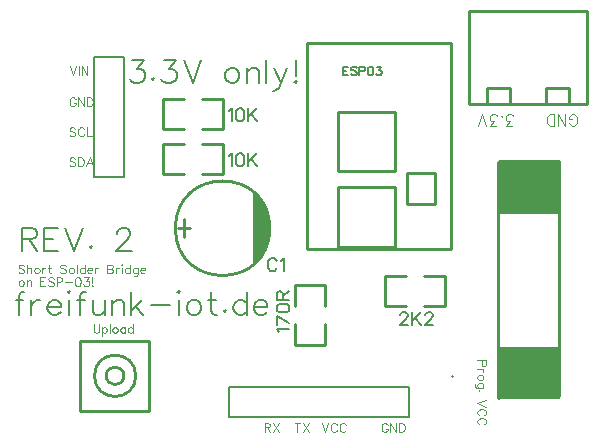
<source format=gto>
G04 ---------------------------- Layer name :TOP SILK LAYER*
G04 EasyEDA v5.5.15, Tue, 03 Jul 2018 18:31:12 GMT*
G04 565f939dbb094c109ad1478ea9632299*
G04 Gerber Generator version 0.2*
G04 Scale: 100 percent, Rotated: No, Reflected: No *
G04 Dimensions in inches *
G04 leading zeros omitted , absolute positions ,2 integer and 4 decimal *
%FSLAX24Y24*%
%MOIN*%
G90*
G70D02*

%ADD10C,0.010000*%
%ADD11C,0.008000*%
%ADD23C,0.007992*%
%ADD24C,0.005000*%
%ADD25C,0.007000*%
%ADD26C,0.006000*%
%ADD27C,0.004000*%

%LPD*%
G54D10*
G01X13800Y4400D02*
G01X14500Y4400D01*
G01X14500Y5400D01*
G01X13800Y5400D01*
G01X13200Y5400D02*
G01X12500Y5400D01*
G01X12500Y4400D01*
G01X13200Y4400D01*
G01X9500Y3800D02*
G01X9500Y3100D01*
G01X10500Y3100D01*
G01X10500Y3800D01*
G01X10500Y4400D02*
G01X10500Y5100D01*
G01X9500Y5100D01*
G01X9500Y4400D01*
G54D11*
G01X8050Y1700D02*
G01X7300Y1700D01*
G01X7300Y700D01*
G01X13300Y700D01*
G01X13300Y1700D01*
G54D23*
G01X13300Y1700D02*
G01X8050Y1700D01*
G54D11*
G01X2800Y12700D02*
G01X3800Y12700D01*
G01X3800Y8700D01*
G01X2800Y8700D01*
G01X2800Y9450D01*
G54D23*
G01X2800Y12700D02*
G01X2800Y9450D01*
G54D10*
G01X14746Y2090D02*
G01X14747Y2090D01*
G01X19252Y14225D02*
G01X19252Y12650D01*
G01X19252Y11153D01*
G01X15315Y11153D01*
G01X15315Y12650D01*
G01X15315Y14225D01*
G01X19252Y14225D01*
G01X15906Y11153D02*
G01X15906Y11665D01*
G01X16693Y11665D01*
G01X16693Y11153D01*
G01X17875Y11153D02*
G01X17875Y11665D01*
G01X18661Y11665D01*
G01X18661Y11153D01*
G01X16315Y9236D02*
G01X18303Y9236D01*
G01X18303Y1401D01*
G01X18284Y1382D01*
G01X16335Y1382D01*
G01X16296Y1342D01*
G01X16296Y9198D01*
G01X4642Y917D02*
G01X4642Y3240D01*
G01X2359Y3240D01*
G01X2359Y917D01*
G01X4642Y917D01*
G01X5600Y7000D02*
G01X6000Y7000D01*
G01X5800Y7300D02*
G01X5800Y6700D01*
G01X5800Y9800D02*
G01X5100Y9800D01*
G01X5100Y8800D01*
G01X5800Y8800D01*
G01X6400Y8800D02*
G01X7100Y8800D01*
G01X7100Y9800D01*
G01X6400Y9800D01*
G01X5800Y11300D02*
G01X5100Y11300D01*
G01X5100Y10300D01*
G01X5800Y10300D01*
G01X6400Y10300D02*
G01X7100Y10300D01*
G01X7100Y11300D01*
G01X6400Y11300D01*
G01X14731Y13159D02*
G01X9931Y13159D01*
G01X9931Y11900D01*
G01X9931Y6309D01*
G01X14731Y6309D01*
G01X14731Y11900D01*
G01X14731Y13159D01*
G01X12840Y10880D02*
G01X10960Y10880D01*
G01X10960Y8909D01*
G01X12840Y8909D01*
G01X12840Y10880D01*
G01X14181Y8830D02*
G01X13240Y8830D01*
G01X13240Y7809D01*
G01X14181Y7809D01*
G01X14181Y8830D01*
G01X12840Y8359D02*
G01X10960Y8359D01*
G01X10960Y6390D01*
G01X12840Y6390D01*
G01X12840Y8359D01*
G54D24*
G01X13019Y4098D02*
G01X13019Y4119D01*
G01X13040Y4159D01*
G01X13060Y4180D01*
G01X13102Y4200D01*
G01X13184Y4200D01*
G01X13225Y4180D01*
G01X13244Y4159D01*
G01X13265Y4119D01*
G01X13265Y4078D01*
G01X13244Y4036D01*
G01X13205Y3975D01*
G01X13000Y3771D01*
G01X13285Y3771D01*
G01X13421Y4200D02*
G01X13421Y3771D01*
G01X13707Y4200D02*
G01X13421Y3913D01*
G01X13523Y4015D02*
G01X13707Y3771D01*
G01X13863Y4098D02*
G01X13863Y4119D01*
G01X13884Y4159D01*
G01X13903Y4180D01*
G01X13944Y4200D01*
G01X14027Y4200D01*
G01X14068Y4180D01*
G01X14088Y4159D01*
G01X14109Y4119D01*
G01X14109Y4078D01*
G01X14088Y4036D01*
G01X14047Y3975D01*
G01X13843Y3771D01*
G01X14128Y3771D01*
G01X8981Y3534D02*
G01X8961Y3575D01*
G01X8900Y3636D01*
G01X9329Y3636D01*
G01X8900Y4058D02*
G01X9329Y3853D01*
G01X8900Y3771D02*
G01X8900Y4058D01*
G01X8900Y4315D02*
G01X8920Y4254D01*
G01X8981Y4213D01*
G01X9084Y4193D01*
G01X9145Y4193D01*
G01X9247Y4213D01*
G01X9309Y4254D01*
G01X9329Y4315D01*
G01X9329Y4356D01*
G01X9309Y4418D01*
G01X9247Y4459D01*
G01X9145Y4479D01*
G01X9084Y4479D01*
G01X8981Y4459D01*
G01X8920Y4418D01*
G01X8900Y4356D01*
G01X8900Y4315D01*
G01X8900Y4614D02*
G01X9329Y4614D01*
G01X8900Y4614D02*
G01X8900Y4798D01*
G01X8920Y4859D01*
G01X8940Y4880D01*
G01X8981Y4900D01*
G01X9022Y4900D01*
G01X9063Y4880D01*
G01X9084Y4859D01*
G01X9104Y4798D01*
G01X9104Y4614D01*
G01X9104Y4757D02*
G01X9329Y4900D01*
G54D25*
G01X8906Y5898D02*
G01X8885Y5938D01*
G01X8844Y5980D01*
G01X8805Y6000D01*
G01X8722Y6000D01*
G01X8681Y5980D01*
G01X8640Y5938D01*
G01X8619Y5898D01*
G01X8600Y5836D01*
G01X8600Y5734D01*
G01X8619Y5673D01*
G01X8640Y5632D01*
G01X8681Y5590D01*
G01X8722Y5571D01*
G01X8805Y5571D01*
G01X8844Y5590D01*
G01X8885Y5632D01*
G01X8906Y5673D01*
G01X9042Y5919D02*
G01X9082Y5938D01*
G01X9143Y6000D01*
G01X9143Y5571D01*
G01X7300Y9419D02*
G01X7340Y9438D01*
G01X7402Y9500D01*
G01X7402Y9071D01*
G01X7660Y9500D02*
G01X7598Y9480D01*
G01X7557Y9419D01*
G01X7536Y9315D01*
G01X7536Y9255D01*
G01X7557Y9153D01*
G01X7598Y9090D01*
G01X7660Y9071D01*
G01X7701Y9071D01*
G01X7761Y9090D01*
G01X7802Y9153D01*
G01X7823Y9255D01*
G01X7823Y9315D01*
G01X7802Y9419D01*
G01X7761Y9480D01*
G01X7701Y9500D01*
G01X7660Y9500D01*
G01X7959Y9500D02*
G01X7959Y9071D01*
G01X8244Y9500D02*
G01X7959Y9213D01*
G01X8060Y9315D02*
G01X8244Y9071D01*
G01X7300Y10919D02*
G01X7340Y10938D01*
G01X7402Y11000D01*
G01X7402Y10571D01*
G01X7660Y11000D02*
G01X7598Y10980D01*
G01X7557Y10919D01*
G01X7536Y10815D01*
G01X7536Y10755D01*
G01X7557Y10653D01*
G01X7598Y10590D01*
G01X7660Y10571D01*
G01X7701Y10571D01*
G01X7761Y10590D01*
G01X7802Y10653D01*
G01X7823Y10755D01*
G01X7823Y10815D01*
G01X7802Y10919D01*
G01X7761Y10980D01*
G01X7701Y11000D01*
G01X7660Y11000D01*
G01X7959Y11000D02*
G01X7959Y10571D01*
G01X8244Y11000D02*
G01X7959Y10713D01*
G01X8060Y10815D02*
G01X8244Y10571D01*
G54D26*
G01X11110Y12384D02*
G01X11110Y12096D01*
G01X11110Y12384D02*
G01X11288Y12384D01*
G01X11110Y12246D02*
G01X11219Y12246D01*
G01X11110Y12096D02*
G01X11288Y12096D01*
G01X11568Y12342D02*
G01X11542Y12369D01*
G01X11501Y12384D01*
G01X11446Y12384D01*
G01X11406Y12369D01*
G01X11377Y12342D01*
G01X11377Y12315D01*
G01X11392Y12288D01*
G01X11406Y12275D01*
G01X11432Y12261D01*
G01X11514Y12234D01*
G01X11542Y12219D01*
G01X11556Y12205D01*
G01X11568Y12178D01*
G01X11568Y12138D01*
G01X11542Y12111D01*
G01X11501Y12096D01*
G01X11446Y12096D01*
G01X11406Y12111D01*
G01X11377Y12138D01*
G01X11659Y12384D02*
G01X11659Y12096D01*
G01X11659Y12384D02*
G01X11781Y12384D01*
G01X11822Y12369D01*
G01X11835Y12355D01*
G01X11850Y12328D01*
G01X11850Y12288D01*
G01X11835Y12261D01*
G01X11822Y12246D01*
G01X11781Y12234D01*
G01X11659Y12234D01*
G01X12022Y12384D02*
G01X11981Y12369D01*
G01X11953Y12328D01*
G01X11939Y12261D01*
G01X11939Y12219D01*
G01X11953Y12151D01*
G01X11981Y12111D01*
G01X12022Y12096D01*
G01X12048Y12096D01*
G01X12089Y12111D01*
G01X12117Y12151D01*
G01X12131Y12219D01*
G01X12131Y12261D01*
G01X12117Y12328D01*
G01X12089Y12369D01*
G01X12048Y12384D01*
G01X12022Y12384D01*
G01X12247Y12384D02*
G01X12397Y12384D01*
G01X12315Y12275D01*
G01X12356Y12275D01*
G01X12385Y12261D01*
G01X12397Y12246D01*
G01X12411Y12205D01*
G01X12411Y12178D01*
G01X12397Y12138D01*
G01X12371Y12111D01*
G01X12330Y12096D01*
G01X12289Y12096D01*
G01X12247Y12111D01*
G01X12235Y12125D01*
G01X12221Y12151D01*
G54D11*
G01X4073Y12599D02*
G01X4473Y12599D01*
G01X4255Y12308D01*
G01X4363Y12308D01*
G01X4436Y12272D01*
G01X4473Y12236D01*
G01X4509Y12127D01*
G01X4509Y12054D01*
G01X4473Y11945D01*
G01X4400Y11872D01*
G01X4290Y11836D01*
G01X4182Y11836D01*
G01X4073Y11872D01*
G01X4036Y11908D01*
G01X4000Y11981D01*
G01X4785Y12018D02*
G01X4748Y11981D01*
G01X4785Y11945D01*
G01X4822Y11981D01*
G01X4785Y12018D01*
G01X5135Y12599D02*
G01X5535Y12599D01*
G01X5315Y12308D01*
G01X5425Y12308D01*
G01X5497Y12272D01*
G01X5535Y12236D01*
G01X5571Y12127D01*
G01X5571Y12054D01*
G01X5535Y11945D01*
G01X5461Y11872D01*
G01X5352Y11836D01*
G01X5243Y11836D01*
G01X5135Y11872D01*
G01X5097Y11908D01*
G01X5061Y11981D01*
G01X5810Y12599D02*
G01X6102Y11836D01*
G01X6393Y12599D02*
G01X6102Y11836D01*
G01X7375Y12345D02*
G01X7302Y12308D01*
G01X7228Y12236D01*
G01X7193Y12127D01*
G01X7193Y12054D01*
G01X7228Y11945D01*
G01X7302Y11872D01*
G01X7375Y11836D01*
G01X7484Y11836D01*
G01X7556Y11872D01*
G01X7628Y11945D01*
G01X7664Y12054D01*
G01X7664Y12127D01*
G01X7628Y12236D01*
G01X7556Y12308D01*
G01X7484Y12345D01*
G01X7375Y12345D01*
G01X7905Y12345D02*
G01X7905Y11836D01*
G01X7905Y12199D02*
G01X8014Y12308D01*
G01X8086Y12345D01*
G01X8196Y12345D01*
G01X8268Y12308D01*
G01X8305Y12199D01*
G01X8305Y11836D01*
G01X8544Y12599D02*
G01X8544Y11836D01*
G01X8822Y12345D02*
G01X9039Y11836D01*
G01X9257Y12345D02*
G01X9039Y11836D01*
G01X8967Y11690D01*
G01X8894Y11618D01*
G01X8822Y11581D01*
G01X8785Y11581D01*
G01X9535Y12599D02*
G01X9535Y12090D01*
G01X9535Y11908D02*
G01X9497Y11872D01*
G01X9535Y11836D01*
G01X9571Y11872D01*
G01X9535Y11908D01*
G54D27*
G01X490Y5746D02*
G01X463Y5773D01*
G01X423Y5786D01*
G01X367Y5786D01*
G01X326Y5773D01*
G01X300Y5746D01*
G01X300Y5717D01*
G01X313Y5690D01*
G01X326Y5678D01*
G01X355Y5663D01*
G01X436Y5636D01*
G01X463Y5623D01*
G01X476Y5609D01*
G01X490Y5582D01*
G01X490Y5540D01*
G01X463Y5513D01*
G01X423Y5500D01*
G01X367Y5500D01*
G01X326Y5513D01*
G01X300Y5540D01*
G01X580Y5786D02*
G01X580Y5500D01*
G01X580Y5636D02*
G01X621Y5678D01*
G01X648Y5690D01*
G01X690Y5690D01*
G01X717Y5678D01*
G01X730Y5636D01*
G01X730Y5500D01*
G01X888Y5690D02*
G01X861Y5678D01*
G01X834Y5650D01*
G01X821Y5609D01*
G01X821Y5582D01*
G01X834Y5540D01*
G01X861Y5513D01*
G01X888Y5500D01*
G01X930Y5500D01*
G01X957Y5513D01*
G01X984Y5540D01*
G01X998Y5582D01*
G01X998Y5609D01*
G01X984Y5650D01*
G01X957Y5678D01*
G01X930Y5690D01*
G01X888Y5690D01*
G01X1088Y5690D02*
G01X1088Y5500D01*
G01X1088Y5609D02*
G01X1101Y5650D01*
G01X1128Y5678D01*
G01X1155Y5690D01*
G01X1196Y5690D01*
G01X1328Y5786D02*
G01X1328Y5555D01*
G01X1342Y5513D01*
G01X1369Y5500D01*
G01X1396Y5500D01*
G01X1286Y5690D02*
G01X1382Y5690D01*
G01X1886Y5746D02*
G01X1859Y5773D01*
G01X1819Y5786D01*
G01X1765Y5786D01*
G01X1723Y5773D01*
G01X1696Y5746D01*
G01X1696Y5717D01*
G01X1709Y5690D01*
G01X1723Y5678D01*
G01X1751Y5663D01*
G01X1832Y5636D01*
G01X1859Y5623D01*
G01X1873Y5609D01*
G01X1886Y5582D01*
G01X1886Y5540D01*
G01X1859Y5513D01*
G01X1819Y5500D01*
G01X1765Y5500D01*
G01X1723Y5513D01*
G01X1696Y5540D01*
G01X2044Y5690D02*
G01X2017Y5678D01*
G01X1990Y5650D01*
G01X1976Y5609D01*
G01X1976Y5582D01*
G01X1990Y5540D01*
G01X2017Y5513D01*
G01X2044Y5500D01*
G01X2086Y5500D01*
G01X2113Y5513D01*
G01X2140Y5540D01*
G01X2155Y5582D01*
G01X2155Y5609D01*
G01X2140Y5650D01*
G01X2113Y5678D01*
G01X2086Y5690D01*
G01X2044Y5690D01*
G01X2244Y5786D02*
G01X2244Y5500D01*
G01X2498Y5786D02*
G01X2498Y5500D01*
G01X2498Y5650D02*
G01X2471Y5678D01*
G01X2444Y5690D01*
G01X2403Y5690D01*
G01X2375Y5678D01*
G01X2348Y5650D01*
G01X2334Y5609D01*
G01X2334Y5582D01*
G01X2348Y5540D01*
G01X2375Y5513D01*
G01X2403Y5500D01*
G01X2444Y5500D01*
G01X2471Y5513D01*
G01X2498Y5540D01*
G01X2588Y5609D02*
G01X2751Y5609D01*
G01X2751Y5636D01*
G01X2738Y5663D01*
G01X2725Y5678D01*
G01X2696Y5690D01*
G01X2655Y5690D01*
G01X2628Y5678D01*
G01X2601Y5650D01*
G01X2588Y5609D01*
G01X2588Y5582D01*
G01X2601Y5540D01*
G01X2628Y5513D01*
G01X2655Y5500D01*
G01X2696Y5500D01*
G01X2725Y5513D01*
G01X2751Y5540D01*
G01X2842Y5690D02*
G01X2842Y5500D01*
G01X2842Y5609D02*
G01X2855Y5650D01*
G01X2882Y5678D01*
G01X2909Y5690D01*
G01X2951Y5690D01*
G01X3251Y5786D02*
G01X3251Y5500D01*
G01X3251Y5786D02*
G01X3373Y5786D01*
G01X3415Y5773D01*
G01X3428Y5759D01*
G01X3442Y5732D01*
G01X3442Y5705D01*
G01X3428Y5678D01*
G01X3415Y5663D01*
G01X3373Y5650D01*
G01X3251Y5650D02*
G01X3373Y5650D01*
G01X3415Y5636D01*
G01X3428Y5623D01*
G01X3442Y5596D01*
G01X3442Y5555D01*
G01X3428Y5528D01*
G01X3415Y5513D01*
G01X3373Y5500D01*
G01X3251Y5500D01*
G01X3532Y5690D02*
G01X3532Y5500D01*
G01X3532Y5609D02*
G01X3544Y5650D01*
G01X3573Y5678D01*
G01X3600Y5690D01*
G01X3640Y5690D01*
G01X3730Y5786D02*
G01X3744Y5773D01*
G01X3757Y5786D01*
G01X3744Y5800D01*
G01X3730Y5786D01*
G01X3744Y5690D02*
G01X3744Y5500D01*
G01X4011Y5786D02*
G01X4011Y5500D01*
G01X4011Y5650D02*
G01X3984Y5678D01*
G01X3957Y5690D01*
G01X3915Y5690D01*
G01X3888Y5678D01*
G01X3861Y5650D01*
G01X3848Y5609D01*
G01X3848Y5582D01*
G01X3861Y5540D01*
G01X3888Y5513D01*
G01X3915Y5500D01*
G01X3957Y5500D01*
G01X3984Y5513D01*
G01X4011Y5540D01*
G01X4265Y5690D02*
G01X4265Y5473D01*
G01X4251Y5432D01*
G01X4238Y5417D01*
G01X4211Y5405D01*
G01X4169Y5405D01*
G01X4142Y5417D01*
G01X4265Y5650D02*
G01X4238Y5678D01*
G01X4211Y5690D01*
G01X4169Y5690D01*
G01X4142Y5678D01*
G01X4115Y5650D01*
G01X4101Y5609D01*
G01X4101Y5582D01*
G01X4115Y5540D01*
G01X4142Y5513D01*
G01X4169Y5500D01*
G01X4211Y5500D01*
G01X4238Y5513D01*
G01X4265Y5540D01*
G01X4355Y5609D02*
G01X4519Y5609D01*
G01X4519Y5636D01*
G01X4505Y5663D01*
G01X4492Y5678D01*
G01X4465Y5690D01*
G01X4423Y5690D01*
G01X4396Y5678D01*
G01X4369Y5650D01*
G01X4355Y5609D01*
G01X4355Y5582D01*
G01X4369Y5540D01*
G01X4396Y5513D01*
G01X4423Y5500D01*
G01X4465Y5500D01*
G01X4492Y5513D01*
G01X4519Y5540D01*
G01X2800Y3800D02*
G01X2800Y3594D01*
G01X2813Y3553D01*
G01X2840Y3526D01*
G01X2882Y3513D01*
G01X2909Y3513D01*
G01X2950Y3526D01*
G01X2976Y3553D01*
G01X2990Y3594D01*
G01X2990Y3800D01*
G01X3080Y3703D02*
G01X3080Y3417D01*
G01X3080Y3663D02*
G01X3107Y3690D01*
G01X3134Y3703D01*
G01X3176Y3703D01*
G01X3203Y3690D01*
G01X3230Y3663D01*
G01X3244Y3621D01*
G01X3244Y3594D01*
G01X3230Y3553D01*
G01X3203Y3526D01*
G01X3176Y3513D01*
G01X3134Y3513D01*
G01X3107Y3526D01*
G01X3080Y3553D01*
G01X3334Y3800D02*
G01X3334Y3513D01*
G01X3492Y3703D02*
G01X3465Y3690D01*
G01X3438Y3663D01*
G01X3425Y3621D01*
G01X3425Y3594D01*
G01X3438Y3553D01*
G01X3465Y3526D01*
G01X3492Y3513D01*
G01X3534Y3513D01*
G01X3561Y3526D01*
G01X3588Y3553D01*
G01X3601Y3594D01*
G01X3601Y3621D01*
G01X3588Y3663D01*
G01X3561Y3690D01*
G01X3534Y3703D01*
G01X3492Y3703D01*
G01X3855Y3703D02*
G01X3855Y3513D01*
G01X3855Y3663D02*
G01X3828Y3690D01*
G01X3801Y3703D01*
G01X3759Y3703D01*
G01X3732Y3690D01*
G01X3705Y3663D01*
G01X3692Y3621D01*
G01X3692Y3594D01*
G01X3705Y3553D01*
G01X3732Y3526D01*
G01X3759Y3513D01*
G01X3801Y3513D01*
G01X3828Y3526D01*
G01X3855Y3553D01*
G01X4109Y3800D02*
G01X4109Y3513D01*
G01X4109Y3663D02*
G01X4082Y3690D01*
G01X4055Y3703D01*
G01X4013Y3703D01*
G01X3986Y3690D01*
G01X3959Y3663D01*
G01X3944Y3621D01*
G01X3944Y3594D01*
G01X3959Y3553D01*
G01X3986Y3526D01*
G01X4013Y3513D01*
G01X4055Y3513D01*
G01X4082Y3526D01*
G01X4109Y3553D01*
G01X15882Y2600D02*
G01X15595Y2600D01*
G01X15882Y2600D02*
G01X15882Y2477D01*
G01X15868Y2436D01*
G01X15854Y2423D01*
G01X15827Y2409D01*
G01X15786Y2409D01*
G01X15759Y2423D01*
G01X15745Y2436D01*
G01X15732Y2477D01*
G01X15732Y2600D01*
G01X15786Y2319D02*
G01X15595Y2319D01*
G01X15704Y2319D02*
G01X15745Y2305D01*
G01X15773Y2278D01*
G01X15786Y2251D01*
G01X15786Y2210D01*
G01X15786Y2052D02*
G01X15773Y2079D01*
G01X15745Y2106D01*
G01X15704Y2120D01*
G01X15677Y2120D01*
G01X15636Y2106D01*
G01X15609Y2079D01*
G01X15595Y2052D01*
G01X15595Y2011D01*
G01X15609Y1984D01*
G01X15636Y1956D01*
G01X15677Y1943D01*
G01X15704Y1943D01*
G01X15745Y1956D01*
G01X15773Y1984D01*
G01X15786Y2011D01*
G01X15786Y2052D01*
G01X15786Y1689D02*
G01X15568Y1689D01*
G01X15527Y1703D01*
G01X15513Y1716D01*
G01X15500Y1744D01*
G01X15500Y1785D01*
G01X15513Y1812D01*
G01X15745Y1689D02*
G01X15773Y1716D01*
G01X15786Y1744D01*
G01X15786Y1785D01*
G01X15773Y1812D01*
G01X15745Y1839D01*
G01X15704Y1853D01*
G01X15677Y1853D01*
G01X15636Y1839D01*
G01X15609Y1812D01*
G01X15595Y1785D01*
G01X15595Y1744D01*
G01X15609Y1716D01*
G01X15636Y1689D01*
G01X15663Y1585D02*
G01X15650Y1599D01*
G01X15636Y1585D01*
G01X15650Y1572D01*
G01X15663Y1585D01*
G01X15882Y1272D02*
G01X15595Y1163D01*
G01X15882Y1054D02*
G01X15595Y1163D01*
G01X15813Y759D02*
G01X15841Y773D01*
G01X15868Y800D01*
G01X15882Y827D01*
G01X15882Y882D01*
G01X15868Y909D01*
G01X15841Y936D01*
G01X15813Y950D01*
G01X15773Y964D01*
G01X15704Y964D01*
G01X15663Y950D01*
G01X15636Y936D01*
G01X15609Y909D01*
G01X15595Y882D01*
G01X15595Y827D01*
G01X15609Y800D01*
G01X15636Y773D01*
G01X15663Y759D01*
G01X15813Y465D02*
G01X15841Y478D01*
G01X15868Y505D01*
G01X15882Y533D01*
G01X15882Y587D01*
G01X15868Y615D01*
G01X15841Y642D01*
G01X15813Y655D01*
G01X15773Y669D01*
G01X15704Y669D01*
G01X15663Y655D01*
G01X15636Y642D01*
G01X15609Y615D01*
G01X15595Y587D01*
G01X15595Y533D01*
G01X15609Y505D01*
G01X15636Y478D01*
G01X15663Y465D01*
G01X2000Y12400D02*
G01X2109Y12113D01*
G01X2217Y12400D02*
G01X2109Y12113D01*
G01X2307Y12400D02*
G01X2307Y12113D01*
G01X2398Y12400D02*
G01X2398Y12113D01*
G01X2398Y12400D02*
G01X2588Y12113D01*
G01X2588Y12400D02*
G01X2588Y12113D01*
G01X2205Y11294D02*
G01X2190Y11323D01*
G01X2163Y11350D01*
G01X2136Y11363D01*
G01X2082Y11363D01*
G01X2055Y11350D01*
G01X2026Y11323D01*
G01X2013Y11294D01*
G01X2000Y11255D01*
G01X2000Y11186D01*
G01X2013Y11144D01*
G01X2026Y11117D01*
G01X2055Y11090D01*
G01X2082Y11076D01*
G01X2136Y11076D01*
G01X2163Y11090D01*
G01X2190Y11117D01*
G01X2205Y11144D01*
G01X2205Y11186D01*
G01X2136Y11186D02*
G01X2205Y11186D01*
G01X2294Y11363D02*
G01X2294Y11076D01*
G01X2294Y11363D02*
G01X2484Y11076D01*
G01X2484Y11363D02*
G01X2484Y11076D01*
G01X2575Y11363D02*
G01X2575Y11076D01*
G01X2575Y11363D02*
G01X2671Y11363D01*
G01X2711Y11350D01*
G01X2738Y11323D01*
G01X2753Y11294D01*
G01X2765Y11255D01*
G01X2765Y11186D01*
G01X2753Y11144D01*
G01X2738Y11117D01*
G01X2711Y11090D01*
G01X2671Y11076D01*
G01X2575Y11076D01*
G01X2190Y10323D02*
G01X2163Y10350D01*
G01X2123Y10363D01*
G01X2067Y10363D01*
G01X2026Y10350D01*
G01X2000Y10323D01*
G01X2000Y10294D01*
G01X2013Y10267D01*
G01X2026Y10255D01*
G01X2055Y10240D01*
G01X2136Y10213D01*
G01X2163Y10200D01*
G01X2176Y10186D01*
G01X2190Y10159D01*
G01X2190Y10117D01*
G01X2163Y10090D01*
G01X2123Y10076D01*
G01X2067Y10076D01*
G01X2026Y10090D01*
G01X2000Y10117D01*
G01X2484Y10294D02*
G01X2471Y10323D01*
G01X2444Y10350D01*
G01X2417Y10363D01*
G01X2363Y10363D01*
G01X2334Y10350D01*
G01X2307Y10323D01*
G01X2294Y10294D01*
G01X2280Y10255D01*
G01X2280Y10186D01*
G01X2294Y10144D01*
G01X2307Y10117D01*
G01X2334Y10090D01*
G01X2363Y10076D01*
G01X2417Y10076D01*
G01X2444Y10090D01*
G01X2471Y10117D01*
G01X2484Y10144D01*
G01X2575Y10363D02*
G01X2575Y10076D01*
G01X2575Y10076D02*
G01X2738Y10076D01*
G01X2190Y9323D02*
G01X2163Y9350D01*
G01X2123Y9363D01*
G01X2067Y9363D01*
G01X2026Y9350D01*
G01X2000Y9323D01*
G01X2000Y9294D01*
G01X2013Y9267D01*
G01X2026Y9255D01*
G01X2055Y9240D01*
G01X2136Y9213D01*
G01X2163Y9200D01*
G01X2176Y9186D01*
G01X2190Y9159D01*
G01X2190Y9117D01*
G01X2163Y9090D01*
G01X2123Y9076D01*
G01X2067Y9076D01*
G01X2026Y9090D01*
G01X2000Y9117D01*
G01X2280Y9363D02*
G01X2280Y9076D01*
G01X2280Y9363D02*
G01X2376Y9363D01*
G01X2417Y9350D01*
G01X2444Y9323D01*
G01X2457Y9294D01*
G01X2471Y9255D01*
G01X2471Y9186D01*
G01X2457Y9144D01*
G01X2444Y9117D01*
G01X2417Y9090D01*
G01X2376Y9076D01*
G01X2280Y9076D01*
G01X2671Y9363D02*
G01X2561Y9076D01*
G01X2671Y9363D02*
G01X2780Y9076D01*
G01X2603Y9173D02*
G01X2738Y9173D01*
G01X16760Y10418D02*
G01X16560Y10418D01*
G01X16668Y10563D01*
G01X16614Y10563D01*
G01X16577Y10581D01*
G01X16560Y10600D01*
G01X16540Y10654D01*
G01X16540Y10691D01*
G01X16560Y10745D01*
G01X16596Y10781D01*
G01X16651Y10800D01*
G01X16705Y10800D01*
G01X16760Y10781D01*
G01X16777Y10763D01*
G01X16796Y10727D01*
G01X16402Y10709D02*
G01X16421Y10727D01*
G01X16402Y10745D01*
G01X16385Y10727D01*
G01X16402Y10709D01*
G01X16228Y10418D02*
G01X16028Y10418D01*
G01X16138Y10563D01*
G01X16082Y10563D01*
G01X16047Y10581D01*
G01X16028Y10600D01*
G01X16010Y10654D01*
G01X16010Y10691D01*
G01X16028Y10745D01*
G01X16064Y10781D01*
G01X16119Y10800D01*
G01X16173Y10800D01*
G01X16228Y10781D01*
G01X16247Y10763D01*
G01X16264Y10727D01*
G01X15890Y10418D02*
G01X15744Y10800D01*
G01X15600Y10418D02*
G01X15744Y10800D01*
G01X18649Y10508D02*
G01X18667Y10471D01*
G01X18704Y10435D01*
G01X18740Y10417D01*
G01X18813Y10417D01*
G01X18849Y10435D01*
G01X18886Y10471D01*
G01X18904Y10508D01*
G01X18922Y10562D01*
G01X18922Y10653D01*
G01X18904Y10708D01*
G01X18886Y10744D01*
G01X18849Y10780D01*
G01X18813Y10799D01*
G01X18740Y10799D01*
G01X18704Y10780D01*
G01X18667Y10744D01*
G01X18649Y10708D01*
G01X18649Y10653D01*
G01X18740Y10653D02*
G01X18649Y10653D01*
G01X18529Y10417D02*
G01X18529Y10799D01*
G01X18529Y10417D02*
G01X18275Y10799D01*
G01X18275Y10417D02*
G01X18275Y10799D01*
G01X18155Y10417D02*
G01X18155Y10799D01*
G01X18155Y10417D02*
G01X18027Y10417D01*
G01X17973Y10435D01*
G01X17937Y10471D01*
G01X17918Y10508D01*
G01X17900Y10562D01*
G01X17900Y10653D01*
G01X17918Y10708D01*
G01X17937Y10744D01*
G01X17973Y10780D01*
G01X18027Y10799D01*
G01X18155Y10799D01*
G01X8500Y500D02*
G01X8500Y213D01*
G01X8500Y500D02*
G01X8622Y500D01*
G01X8664Y486D01*
G01X8677Y472D01*
G01X8690Y445D01*
G01X8690Y418D01*
G01X8677Y391D01*
G01X8664Y377D01*
G01X8622Y363D01*
G01X8500Y363D01*
G01X8594Y363D02*
G01X8690Y213D01*
G01X8781Y500D02*
G01X8972Y213D01*
G01X8972Y500D02*
G01X8781Y213D01*
G01X9594Y500D02*
G01X9594Y213D01*
G01X9500Y500D02*
G01X9690Y500D01*
G01X9781Y500D02*
G01X9972Y213D01*
G01X9972Y500D02*
G01X9781Y213D01*
G01X10400Y500D02*
G01X10509Y213D01*
G01X10618Y500D02*
G01X10509Y213D01*
G01X10913Y431D02*
G01X10898Y459D01*
G01X10872Y486D01*
G01X10844Y500D01*
G01X10789Y500D01*
G01X10763Y486D01*
G01X10735Y459D01*
G01X10722Y431D01*
G01X10707Y391D01*
G01X10707Y322D01*
G01X10722Y281D01*
G01X10735Y254D01*
G01X10763Y227D01*
G01X10789Y213D01*
G01X10844Y213D01*
G01X10872Y227D01*
G01X10898Y254D01*
G01X10913Y281D01*
G01X11206Y431D02*
G01X11193Y459D01*
G01X11165Y486D01*
G01X11139Y500D01*
G01X11085Y500D01*
G01X11056Y486D01*
G01X11030Y459D01*
G01X11015Y431D01*
G01X11002Y391D01*
G01X11002Y322D01*
G01X11015Y281D01*
G01X11030Y254D01*
G01X11056Y227D01*
G01X11085Y213D01*
G01X11139Y213D01*
G01X11165Y227D01*
G01X11193Y254D01*
G01X11206Y281D01*
G01X12605Y431D02*
G01X12590Y459D01*
G01X12564Y486D01*
G01X12535Y500D01*
G01X12481Y500D01*
G01X12455Y486D01*
G01X12427Y459D01*
G01X12414Y431D01*
G01X12400Y391D01*
G01X12400Y322D01*
G01X12414Y281D01*
G01X12427Y254D01*
G01X12455Y227D01*
G01X12481Y213D01*
G01X12535Y213D01*
G01X12564Y227D01*
G01X12590Y254D01*
G01X12605Y281D01*
G01X12605Y322D01*
G01X12535Y322D02*
G01X12605Y322D01*
G01X12694Y500D02*
G01X12694Y213D01*
G01X12694Y500D02*
G01X12885Y213D01*
G01X12885Y500D02*
G01X12885Y213D01*
G01X12975Y500D02*
G01X12975Y213D01*
G01X12975Y500D02*
G01X13071Y500D01*
G01X13111Y486D01*
G01X13139Y459D01*
G01X13152Y431D01*
G01X13165Y391D01*
G01X13165Y322D01*
G01X13152Y281D01*
G01X13139Y254D01*
G01X13111Y227D01*
G01X13071Y213D01*
G01X12975Y213D01*
G54D11*
G01X490Y4863D02*
G01X417Y4863D01*
G01X344Y4826D01*
G01X309Y4717D01*
G01X309Y4100D01*
G01X200Y4609D02*
G01X455Y4609D01*
G01X730Y4609D02*
G01X730Y4100D01*
G01X730Y4390D02*
G01X767Y4500D01*
G01X840Y4571D01*
G01X913Y4609D01*
G01X1021Y4609D01*
G01X1261Y4390D02*
G01X1698Y4390D01*
G01X1698Y4463D01*
G01X1661Y4536D01*
G01X1625Y4571D01*
G01X1553Y4609D01*
G01X1444Y4609D01*
G01X1371Y4571D01*
G01X1298Y4500D01*
G01X1261Y4390D01*
G01X1261Y4317D01*
G01X1298Y4209D01*
G01X1371Y4136D01*
G01X1444Y4100D01*
G01X1553Y4100D01*
G01X1625Y4136D01*
G01X1698Y4209D01*
G01X1938Y4863D02*
G01X1975Y4826D01*
G01X2011Y4863D01*
G01X1975Y4900D01*
G01X1938Y4863D01*
G01X1975Y4609D02*
G01X1975Y4100D01*
G01X2542Y4863D02*
G01X2469Y4863D01*
G01X2396Y4826D01*
G01X2359Y4717D01*
G01X2359Y4100D01*
G01X2251Y4609D02*
G01X2505Y4609D01*
G01X2782Y4609D02*
G01X2782Y4244D01*
G01X2817Y4136D01*
G01X2890Y4100D01*
G01X3000Y4100D01*
G01X3073Y4136D01*
G01X3182Y4244D01*
G01X3182Y4609D02*
G01X3182Y4100D01*
G01X3421Y4609D02*
G01X3421Y4100D01*
G01X3421Y4463D02*
G01X3530Y4571D01*
G01X3603Y4609D01*
G01X3713Y4609D01*
G01X3784Y4571D01*
G01X3821Y4463D01*
G01X3821Y4100D01*
G01X4061Y4863D02*
G01X4061Y4100D01*
G01X4425Y4609D02*
G01X4061Y4244D01*
G01X4207Y4390D02*
G01X4461Y4100D01*
G01X4702Y4426D02*
G01X5356Y4426D01*
G01X5596Y4863D02*
G01X5632Y4826D01*
G01X5668Y4863D01*
G01X5632Y4900D01*
G01X5596Y4863D01*
G01X5632Y4609D02*
G01X5632Y4100D01*
G01X6090Y4609D02*
G01X6018Y4571D01*
G01X5944Y4500D01*
G01X5909Y4390D01*
G01X5909Y4317D01*
G01X5944Y4209D01*
G01X6018Y4136D01*
G01X6090Y4100D01*
G01X6200Y4100D01*
G01X6272Y4136D01*
G01X6344Y4209D01*
G01X6381Y4317D01*
G01X6381Y4390D01*
G01X6344Y4500D01*
G01X6272Y4571D01*
G01X6200Y4609D01*
G01X6090Y4609D01*
G01X6731Y4863D02*
G01X6731Y4244D01*
G01X6767Y4136D01*
G01X6839Y4100D01*
G01X6913Y4100D01*
G01X6622Y4609D02*
G01X6876Y4609D01*
G01X7189Y4282D02*
G01X7152Y4244D01*
G01X7189Y4209D01*
G01X7225Y4244D01*
G01X7189Y4282D01*
G01X7902Y4863D02*
G01X7902Y4100D01*
G01X7902Y4500D02*
G01X7828Y4571D01*
G01X7756Y4609D01*
G01X7647Y4609D01*
G01X7575Y4571D01*
G01X7502Y4500D01*
G01X7464Y4390D01*
G01X7464Y4317D01*
G01X7502Y4209D01*
G01X7575Y4136D01*
G01X7647Y4100D01*
G01X7756Y4100D01*
G01X7828Y4136D01*
G01X7902Y4209D01*
G01X8142Y4390D02*
G01X8577Y4390D01*
G01X8577Y4463D01*
G01X8542Y4536D01*
G01X8505Y4571D01*
G01X8432Y4609D01*
G01X8323Y4609D01*
G01X8251Y4571D01*
G01X8177Y4500D01*
G01X8142Y4390D01*
G01X8142Y4317D01*
G01X8177Y4209D01*
G01X8251Y4136D01*
G01X8323Y4100D01*
G01X8432Y4100D01*
G01X8505Y4136D01*
G01X8577Y4209D01*
G01X400Y6999D02*
G01X400Y6236D01*
G01X400Y6999D02*
G01X726Y6999D01*
G01X836Y6963D01*
G01X873Y6927D01*
G01X909Y6854D01*
G01X909Y6781D01*
G01X873Y6708D01*
G01X836Y6672D01*
G01X726Y6636D01*
G01X400Y6636D01*
G01X655Y6636D02*
G01X909Y6236D01*
G01X1148Y6999D02*
G01X1148Y6236D01*
G01X1148Y6999D02*
G01X1621Y6999D01*
G01X1148Y6636D02*
G01X1440Y6636D01*
G01X1148Y6236D02*
G01X1621Y6236D01*
G01X1861Y6999D02*
G01X2153Y6236D01*
G01X2444Y6999D02*
G01X2153Y6236D01*
G01X2719Y6418D02*
G01X2684Y6381D01*
G01X2719Y6345D01*
G01X2755Y6381D01*
G01X2719Y6418D01*
G01X3592Y6818D02*
G01X3592Y6854D01*
G01X3628Y6927D01*
G01X3665Y6963D01*
G01X3738Y6999D01*
G01X3884Y6999D01*
G01X3955Y6963D01*
G01X3992Y6927D01*
G01X4028Y6854D01*
G01X4028Y6781D01*
G01X3992Y6708D01*
G01X3919Y6599D01*
G01X3555Y6236D01*
G01X4065Y6236D01*
G54D27*
G01X367Y5267D02*
G01X340Y5255D01*
G01X313Y5226D01*
G01X300Y5186D01*
G01X300Y5159D01*
G01X313Y5117D01*
G01X340Y5090D01*
G01X367Y5076D01*
G01X409Y5076D01*
G01X436Y5090D01*
G01X463Y5117D01*
G01X476Y5159D01*
G01X476Y5186D01*
G01X463Y5226D01*
G01X436Y5255D01*
G01X409Y5267D01*
G01X367Y5267D01*
G01X567Y5267D02*
G01X567Y5076D01*
G01X567Y5213D02*
G01X607Y5255D01*
G01X634Y5267D01*
G01X676Y5267D01*
G01X703Y5255D01*
G01X717Y5213D01*
G01X717Y5076D01*
G01X1017Y5363D02*
G01X1017Y5076D01*
G01X1017Y5363D02*
G01X1194Y5363D01*
G01X1017Y5226D02*
G01X1126Y5226D01*
G01X1017Y5076D02*
G01X1194Y5076D01*
G01X1475Y5323D02*
G01X1448Y5350D01*
G01X1407Y5363D01*
G01X1353Y5363D01*
G01X1311Y5350D01*
G01X1284Y5323D01*
G01X1284Y5294D01*
G01X1298Y5267D01*
G01X1311Y5255D01*
G01X1338Y5240D01*
G01X1421Y5213D01*
G01X1448Y5200D01*
G01X1461Y5186D01*
G01X1475Y5159D01*
G01X1475Y5117D01*
G01X1448Y5090D01*
G01X1407Y5076D01*
G01X1353Y5076D01*
G01X1311Y5090D01*
G01X1284Y5117D01*
G01X1565Y5363D02*
G01X1565Y5076D01*
G01X1565Y5363D02*
G01X1688Y5363D01*
G01X1728Y5350D01*
G01X1742Y5336D01*
G01X1755Y5309D01*
G01X1755Y5267D01*
G01X1742Y5240D01*
G01X1728Y5226D01*
G01X1688Y5213D01*
G01X1565Y5213D01*
G01X1846Y5200D02*
G01X2092Y5200D01*
G01X2263Y5363D02*
G01X2223Y5350D01*
G01X2194Y5309D01*
G01X2182Y5240D01*
G01X2182Y5200D01*
G01X2194Y5132D01*
G01X2223Y5090D01*
G01X2263Y5076D01*
G01X2290Y5076D01*
G01X2332Y5090D01*
G01X2359Y5132D01*
G01X2373Y5200D01*
G01X2373Y5240D01*
G01X2359Y5309D01*
G01X2332Y5350D01*
G01X2290Y5363D01*
G01X2263Y5363D01*
G01X2490Y5363D02*
G01X2640Y5363D01*
G01X2557Y5255D01*
G01X2598Y5255D01*
G01X2626Y5240D01*
G01X2640Y5226D01*
G01X2653Y5186D01*
G01X2653Y5159D01*
G01X2640Y5117D01*
G01X2613Y5090D01*
G01X2571Y5076D01*
G01X2530Y5076D01*
G01X2490Y5090D01*
G01X2476Y5105D01*
G01X2463Y5132D01*
G01X2757Y5363D02*
G01X2757Y5173D01*
G01X2757Y5105D02*
G01X2744Y5090D01*
G01X2757Y5076D01*
G01X2771Y5090D01*
G01X2757Y5105D01*
G54D10*
G75*
G01X3813Y2081D02*
G03X3813Y2081I-295J0D01*
G01*
G75*
G01X4207Y2081D02*
G03X4207Y2081I-689J0D01*
G01*
G75*
G01X8675Y7000D02*
G03X8675Y7000I-1575J0D01*
G01*
G36*
G01X16316Y9216D02*
G01X18324Y9216D01*
G01X18303Y7464D01*
G01X16275Y7464D01*
G01X16316Y9216D01*
G37*
G36*
G01X16316Y3056D02*
G01X18303Y3056D01*
G01X18303Y1401D01*
G01X16335Y1401D01*
G01X16316Y3056D01*
G37*
G36*
G01X8100Y8200D02*
G01X8100Y5800D01*
G01X8400Y6100D01*
G01X8600Y6500D01*
G01X8700Y7000D01*
G01X8600Y7400D01*
G01X8500Y7700D01*
G01X8100Y8200D01*
G37*
M00*
M02*

</source>
